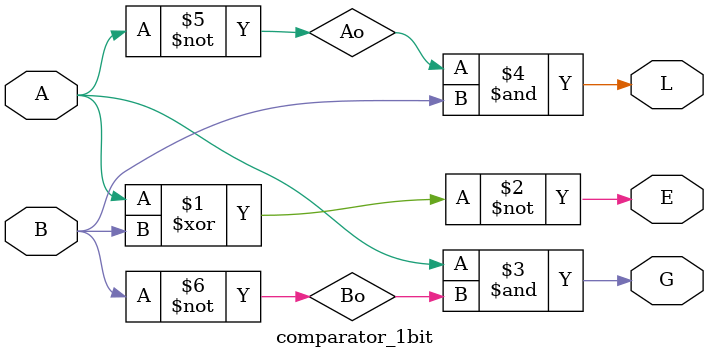
<source format=v>
`timescale 1ns / 1ps


module comparator_1bit(
    output E,
    output G,
    output L,
    input A,
    input B
    );
    
    wire Ao,Bo;
    not (Ao,A);
    not (Bo,B);
    xnor (E,A,B);
    and (G,A,Bo);
    and (L,Ao,B);
endmodule

</source>
